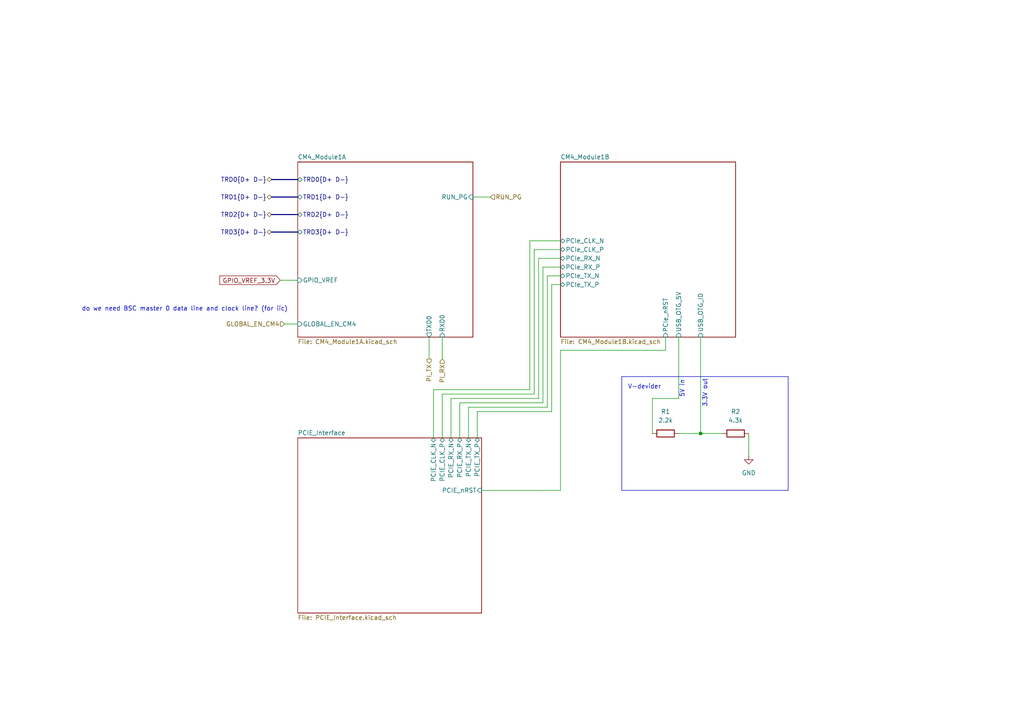
<source format=kicad_sch>
(kicad_sch (version 20250114) (generator "eeschema") (generator_version "9.0")
  (paper "A4")
  (lib_symbols
    (symbol "#dzdb:g_res/R-2.2k-0603" (pin_numbers hide) (pin_names (offset 0))
      (property "Reference" "R" (at 2.032 0 90))
      (property "Value" "2.2k" (at 0 0 90))
      (symbol "g_res/R-2.2k-0603_0_1"
        (rectangle (start -1.016 -2.54) (end 1.016 2.54) (stroke (width 0.254)))
      )
      (symbol "g_res/R-2.2k-0603_1_1"
        (pin passive line (at 0 3.81 270) (length 1.27) (name "~") (number "1"))
        (pin passive line (at 0 -3.81 90) (length 1.27) (name "~") (number "2"))
      )
    )
    (symbol "#dzdb:g_res/R-4.3k-0603" (pin_numbers hide) (pin_names (offset 0))
      (property "Reference" "R" (at 2.032 0 90))
      (property "Value" "4.3k" (at 0 0 90))
      (symbol "g_res/R-4.3k-0603_0_1"
        (rectangle (start -1.016 -2.54) (end 1.016 2.54) (stroke (width 0.254)))
      )
      (symbol "g_res/R-4.3k-0603_1_1"
        (pin passive line (at 0 3.81 270) (length 1.27) (name "~") (number "1"))
        (pin passive line (at 0 -3.81 90) (length 1.27) (name "~") (number "2"))
      )
    )
    (symbol "power:GND" (power) (pin_numbers hide) (pin_names (offset 0) hide)
      (property "Value" "GND" (at 0 -3.81 0))
      (symbol "GND_0_1"
        (polyline (pts (xy 0 0) (xy 0 -1.27) (xy 1.27 -1.27) (xy 0 -2.54) (xy -1.27 -1.27) (xy 0 -1.27)))
      )
      (symbol "GND_1_1"
        (pin power_in line (at 0 0 270) (length 0) (name "~") (number "1"))
      )
    )
  )
  (junction (at 203.2 125.73))
  (wire (pts (xy 158.75 118.11) (xy 135.89 118.11)))
  (wire (pts (xy 154.94 72.39) (xy 162.56 72.39)))
  (wire (pts (xy 133.35 116.84) (xy 157.48 116.84)))
  (wire (pts (xy 153.67 69.85) (xy 153.67 113.03)))
  (wire (pts (xy 133.35 127) (xy 133.35 116.84)))
  (wire (pts (xy 189.23 115.57) (xy 189.23 125.73)))
  (wire (pts (xy 157.48 116.84) (xy 157.48 77.47)))
  (bus (pts (xy 78.74 62.23) (xy 86.36 62.23)))
  (wire (pts (xy 156.21 74.93) (xy 156.21 115.57)))
  (wire (pts (xy 125.73 113.03) (xy 125.73 127)))
  (wire (pts (xy 81.28 81.28) (xy 86.36 81.28)))
  (bus (pts (xy 78.74 52.07) (xy 86.36 52.07)))
  (wire (pts (xy 154.94 114.3) (xy 154.94 72.39)))
  (wire (pts (xy 124.46 97.79) (xy 124.46 104.14)))
  (wire (pts (xy 137.16 57.15) (xy 142.24 57.15)))
  (wire (pts (xy 196.85 97.79) (xy 196.85 115.57)))
  (wire (pts (xy 128.27 127) (xy 128.27 114.3)))
  (wire (pts (xy 157.48 77.47) (xy 162.56 77.47)))
  (wire (pts (xy 162.56 80.01) (xy 158.75 80.01)))
  (wire (pts (xy 196.85 125.73) (xy 203.2 125.73)))
  (bus (pts (xy 78.74 57.15) (xy 86.36 57.15)))
  (wire (pts (xy 138.43 127) (xy 138.43 119.38)))
  (wire (pts (xy 203.2 97.79) (xy 203.2 125.73)))
  (wire (pts (xy 193.04 101.6) (xy 193.04 97.79)))
  (wire (pts (xy 162.56 142.24) (xy 162.56 101.6)))
  (wire (pts (xy 160.02 82.55) (xy 162.56 82.55)))
  (wire (pts (xy 162.56 101.6) (xy 193.04 101.6)))
  (wire (pts (xy 130.81 115.57) (xy 130.81 127)))
  (bus (pts (xy 78.74 67.31) (xy 86.36 67.31)))
  (wire (pts (xy 138.43 119.38) (xy 160.02 119.38)))
  (wire (pts (xy 160.02 119.38) (xy 160.02 82.55)))
  (wire (pts (xy 82.55 93.98) (xy 86.36 93.98)))
  (wire (pts (xy 162.56 69.85) (xy 153.67 69.85)))
  (wire (pts (xy 162.56 74.93) (xy 156.21 74.93)))
  (wire (pts (xy 156.21 115.57) (xy 130.81 115.57)))
  (wire (pts (xy 135.89 118.11) (xy 135.89 127)))
  (wire (pts (xy 153.67 113.03) (xy 125.73 113.03)))
  (wire (pts (xy 217.17 125.73) (xy 217.17 132.08)))
  (wire (pts (xy 128.27 97.79) (xy 128.27 104.14)))
  (wire (pts (xy 196.85 115.57) (xy 189.23 115.57)))
  (wire (pts (xy 128.27 114.3) (xy 154.94 114.3)))
  (wire (pts (xy 203.2 125.73) (xy 209.55 125.73)))
  (wire (pts (xy 139.7 142.24) (xy 162.56 142.24)))
  (wire (pts (xy 158.75 80.01) (xy 158.75 118.11)))
  (rectangle (start 180.34 109.22) (end 228.6 142.24))
  (text "do we need BSC master 0 data line and clock line? (for iic)" (at 53.594 89.662 0) (effects (font (size 1.27 1.27))))
  (text "5V in\n" (at 197.866 112.776 90) (effects (font (size 1.27 1.27))))
  (text "V-devider" (at 186.944 112.268 0) (effects (font (size 1.27 1.27))))
  (text "3.3V out" (at 204.47 114.046 90) (effects (font (size 1.27 1.27))))
  (global_label "GPIO_VREF_3.3V" (shape input) (at 81.28 81.28 180) (property "Intersheetrefs" "${INTERSHEET_REFS}" (effects (hide yes))))
  (hierarchical_label "PI_RX" (shape input) (at 128.27 104.14 270))
  (hierarchical_label "TRD0{D+ D-}" (shape bidirectional) (at 78.74 52.07 180))
  (hierarchical_label "TRD1{D+ D-}" (shape bidirectional) (at 78.74 57.15 180))
  (hierarchical_label "GLOBAL_EN_CM4" (shape input) (at 82.55 93.98 180))
  (hierarchical_label "TRD3{D+ D-}" (shape bidirectional) (at 78.74 67.31 180))
  (hierarchical_label "PI_TX" (shape output) (at 124.46 104.14 270))
  (hierarchical_label "TRD2{D+ D-}" (shape bidirectional) (at 78.74 62.23 180))
  (hierarchical_label "RUN_PG" (shape input) (at 142.24 57.15 0))
  (symbol (lib_id "#dzdb:g_res/R-4.3k-0603") (at 213.36 125.73 90) (unit 1)
    (property "Reference" "R2" (at 213.36 119.38 90))
    (property "Value" "4.3k" (at 213.36 121.92 90))
    (property "Footprint" "Resistor_SMD:R_0603_1608Metric" (effects (hide yes)))
    (property "Datasheet" "https://www.we-online.com/components/products/datasheet/560112116141.pdf" (effects (hide yes)))
    (property "Description" "Thick Film Resistors - SMD WRIS-RSKS 4.3 kOhms 1 % 0.1 W 0603" (effects (hide yes)))
    (property "IPN" "R-4.3k-0603" (effects (hide yes)))
    (property "MPN" "560112116141" (effects (hide yes)))
    (property "Manufacturer" "Wurth Elektronik" (effects (hide yes)))
    (property "Resistance" "4.3k" (effects (hide yes)))
    (property "Power" "0.1 W" (effects (hide yes)))
    (property "Material" "Thick film" (effects (hide yes)))
    (property "Tolerance" "1 %" (effects (hide yes)))
    (property "Supplier" "Mouser" (effects (hide yes)))
    (property "SPN" "710-560112116141" (effects (hide yes)))
    (property "LCSC" "CXXXXX" (effects (hide yes)))
    (property "Comment" "lifecycle=Active; note=Auto-generated" (effects (hide yes)))
  )
  (symbol (lib_id "power:GND") (at 217.17 132.08 0) (unit 1)
    (property "Reference" "#PWR01" (effects (hide yes)))
    (property "Value" "GND" (at 217.17 137.16 0))
    (property "Description" "Power symbol creates a global label with name \"GND\" , ground" (effects (hide yes)))
  )
  (symbol (lib_id "#dzdb:g_res/R-2.2k-0603") (at 193.04 125.73 90) (unit 1)
    (property "Reference" "R1" (at 193.04 119.38 90))
    (property "Value" "2.2k" (at 193.04 121.92 90))
    (property "Footprint" "Resistor_SMD:R_0603_1608Metric" (effects (hide yes)))
    (property "Datasheet" "https://www.we-online.com/components/products/datasheet/560112116098.pdf" (effects (hide yes)))
    (property "Description" "Thick Film Resistors - SMD WRIS-RSKS 2.2 kOhms 1 % 0.1 W 0603" (effects (hide yes)))
    (property "IPN" "R-2.2k-0603" (effects (hide yes)))
    (property "MPN" "560112116098" (effects (hide yes)))
    (property "Manufacturer" "Wurth Elektronik" (effects (hide yes)))
    (property "Resistance" "2.2k" (effects (hide yes)))
    (property "Power" "0.1 W" (effects (hide yes)))
    (property "Material" "Thick film" (effects (hide yes)))
    (property "Tolerance" "1 %" (effects (hide yes)))
    (property "Supplier" "Mouser" (effects (hide yes)))
    (property "SPN" "710-560112116098" (effects (hide yes)))
    (property "LCSC" "CXXXXX" (effects (hide yes)))
    (property "Comment" "lifecycle=Active; note=Auto-generated" (effects (hide yes)))
  )
  (sheet (at 86.36 46.99) (size 50.8 50.8) (stroke (width 0.1524)) (fill (color 0 0 0 0.0))
    (property "Sheetname" "CM4_Module1A" (at 86.36 46.2784 0) (effects (justify left bottom)))
    (property "Sheetfile" "CM4_Module1A.kicad_sch" (at 86.36 98.3746 0) (effects (justify left top)))
    (pin "GPIO_VREF" input (at 86.36 81.28 180))
    (pin "RXD0" input (at 128.27 97.79 270))
    (pin "TXD0" output (at 124.46 97.79 270))
    (pin "RUN_PG" input (at 137.16 57.15 0))
    (pin "GLOBAL_EN_CM4" input (at 86.36 93.98 180))
    (pin "TRD0{D+ D-}" bidirectional (at 86.36 52.07 180))
    (pin "TRD1{D+ D-}" bidirectional (at 86.36 57.15 180))
    (pin "TRD2{D+ D-}" bidirectional (at 86.36 62.23 180))
    (pin "TRD3{D+ D-}" bidirectional (at 86.36 67.31 180))
  )
  (sheet (at 162.56 46.99) (size 50.8 50.8) (stroke (width 0.1524)) (fill (color 0 0 0 0.0))
    (property "Sheetname" "CM4_Module1B" (at 162.56 46.2784 0) (effects (justify left bottom)))
    (property "Sheetfile" "CM4_Module1B.kicad_sch" (at 162.56 98.3746 0) (effects (justify left top)))
    (pin "USB_OTG_ID" input (at 203.2 97.79 270))
    (pin "PCIe_CLK_N" bidirectional (at 162.56 69.85 180))
    (pin "PCIe_CLK_P" bidirectional (at 162.56 72.39 180))
    (pin "PCIe_RX_N" bidirectional (at 162.56 74.93 180))
    (pin "PCIe_RX_P" bidirectional (at 162.56 77.47 180))
    (pin "PCIe_TX_N" bidirectional (at 162.56 80.01 180))
    (pin "PCIe_TX_P" bidirectional (at 162.56 82.55 180))
    (pin "PCIe_nRST" input (at 193.04 97.79 270))
    (pin "USB_OTG_5V" input (at 196.85 97.79 270))
  )
  (sheet (at 86.36 127) (size 53.34 50.8) (stroke (width 0.1524)) (fill (color 0 0 0 0.0))
    (property "Sheetname" "PCIE_Interface" (at 86.36 126.2884 0) (effects (justify left bottom)))
    (property "Sheetfile" "PCIE_Interface.kicad_sch" (at 86.36 178.3846 0) (effects (justify left top)))
    (pin "PCIE_CLK_N" bidirectional (at 125.73 127 90))
    (pin "PCIE_CLK_P" bidirectional (at 128.27 127 90))
    (pin "PCIE_RX_N" bidirectional (at 130.81 127 90))
    (pin "PCIE_RX_P" bidirectional (at 133.35 127 90))
    (pin "PCIE_TX_N" bidirectional (at 135.89 127 90))
    (pin "PCIE_TX_P" bidirectional (at 138.43 127 90))
    (pin "PCIE_nRST" input (at 139.7 142.24 0))
  )
)
</source>
